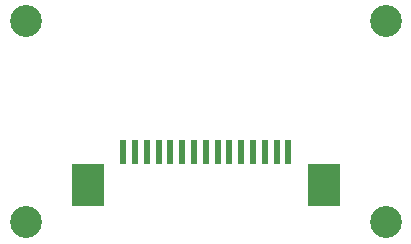
<source format=gbr>
%TF.GenerationSoftware,KiCad,Pcbnew,(6.0.0)*%
%TF.CreationDate,2022-03-05T02:08:58+00:00*%
%TF.ProjectId,adaptor,61646170-746f-4722-9e6b-696361645f70,rev?*%
%TF.SameCoordinates,Original*%
%TF.FileFunction,Soldermask,Top*%
%TF.FilePolarity,Negative*%
%FSLAX46Y46*%
G04 Gerber Fmt 4.6, Leading zero omitted, Abs format (unit mm)*
G04 Created by KiCad (PCBNEW (6.0.0)) date 2022-03-05 02:08:58*
%MOMM*%
%LPD*%
G01*
G04 APERTURE LIST*
%ADD10C,2.700000*%
%ADD11R,0.610000X2.000000*%
%ADD12R,2.680000X3.600000*%
G04 APERTURE END LIST*
D10*
%TO.C,REF\u002A\u002A*%
X111506000Y-117602000D03*
%TD*%
%TO.C,REF\u002A\u002A*%
X141986000Y-117602000D03*
%TD*%
%TO.C,REF\u002A\u002A*%
X141986000Y-100584000D03*
%TD*%
%TO.C,REF\u002A\u002A*%
X111506000Y-100584000D03*
%TD*%
D11*
%TO.C,J1*%
X119746000Y-111666000D03*
X120746000Y-111666000D03*
X121746000Y-111666000D03*
X122746000Y-111666000D03*
X123746000Y-111666000D03*
X124746000Y-111666000D03*
X125746000Y-111666000D03*
X126746000Y-111666000D03*
X127746000Y-111666000D03*
X128746000Y-111666000D03*
X129746000Y-111666000D03*
X130746000Y-111666000D03*
X131746000Y-111666000D03*
X132746000Y-111666000D03*
X133746000Y-111666000D03*
D12*
X116756000Y-114466000D03*
X136736000Y-114466000D03*
%TD*%
M02*

</source>
